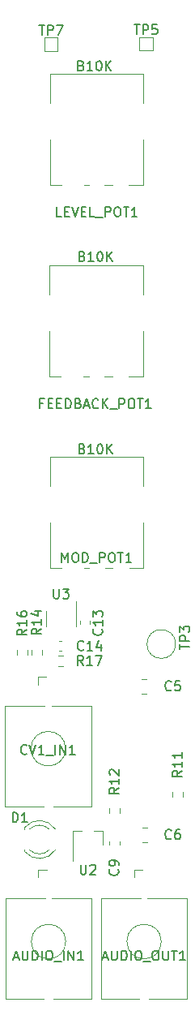
<source format=gbr>
%TF.GenerationSoftware,KiCad,Pcbnew,6.0.10+dfsg-1~bpo11+1*%
%TF.CreationDate,2023-02-01T15:11:05+08:00*%
%TF.ProjectId,MiniVerb v2.0 - Main,4d696e69-5665-4726-9220-76322e30202d,rev?*%
%TF.SameCoordinates,Original*%
%TF.FileFunction,Legend,Top*%
%TF.FilePolarity,Positive*%
%FSLAX46Y46*%
G04 Gerber Fmt 4.6, Leading zero omitted, Abs format (unit mm)*
G04 Created by KiCad (PCBNEW 6.0.10+dfsg-1~bpo11+1) date 2023-02-01 15:11:05*
%MOMM*%
%LPD*%
G01*
G04 APERTURE LIST*
%ADD10C,0.150000*%
%ADD11C,0.120000*%
G04 APERTURE END LIST*
D10*
%TO.C,C13*%
X135557142Y-127042857D02*
X135604761Y-127090476D01*
X135652380Y-127233333D01*
X135652380Y-127328571D01*
X135604761Y-127471428D01*
X135509523Y-127566666D01*
X135414285Y-127614285D01*
X135223809Y-127661904D01*
X135080952Y-127661904D01*
X134890476Y-127614285D01*
X134795238Y-127566666D01*
X134700000Y-127471428D01*
X134652380Y-127328571D01*
X134652380Y-127233333D01*
X134700000Y-127090476D01*
X134747619Y-127042857D01*
X135652380Y-126090476D02*
X135652380Y-126661904D01*
X135652380Y-126376190D02*
X134652380Y-126376190D01*
X134795238Y-126471428D01*
X134890476Y-126566666D01*
X134938095Y-126661904D01*
X134652380Y-125757142D02*
X134652380Y-125138095D01*
X135033333Y-125471428D01*
X135033333Y-125328571D01*
X135080952Y-125233333D01*
X135128571Y-125185714D01*
X135223809Y-125138095D01*
X135461904Y-125138095D01*
X135557142Y-125185714D01*
X135604761Y-125233333D01*
X135652380Y-125328571D01*
X135652380Y-125614285D01*
X135604761Y-125709523D01*
X135557142Y-125757142D01*
%TO.C,C5*%
X142833333Y-133368142D02*
X142785714Y-133415761D01*
X142642857Y-133463380D01*
X142547619Y-133463380D01*
X142404761Y-133415761D01*
X142309523Y-133320523D01*
X142261904Y-133225285D01*
X142214285Y-133034809D01*
X142214285Y-132891952D01*
X142261904Y-132701476D01*
X142309523Y-132606238D01*
X142404761Y-132511000D01*
X142547619Y-132463380D01*
X142642857Y-132463380D01*
X142785714Y-132511000D01*
X142833333Y-132558619D01*
X143738095Y-132463380D02*
X143261904Y-132463380D01*
X143214285Y-132939571D01*
X143261904Y-132891952D01*
X143357142Y-132844333D01*
X143595238Y-132844333D01*
X143690476Y-132891952D01*
X143738095Y-132939571D01*
X143785714Y-133034809D01*
X143785714Y-133272904D01*
X143738095Y-133368142D01*
X143690476Y-133415761D01*
X143595238Y-133463380D01*
X143357142Y-133463380D01*
X143261904Y-133415761D01*
X143214285Y-133368142D01*
%TO.C,FEEDBACK_POT1*%
X129447619Y-103478571D02*
X129114285Y-103478571D01*
X129114285Y-104002380D02*
X129114285Y-103002380D01*
X129590476Y-103002380D01*
X129971428Y-103478571D02*
X130304761Y-103478571D01*
X130447619Y-104002380D02*
X129971428Y-104002380D01*
X129971428Y-103002380D01*
X130447619Y-103002380D01*
X130876190Y-103478571D02*
X131209523Y-103478571D01*
X131352380Y-104002380D02*
X130876190Y-104002380D01*
X130876190Y-103002380D01*
X131352380Y-103002380D01*
X131780952Y-104002380D02*
X131780952Y-103002380D01*
X132019047Y-103002380D01*
X132161904Y-103050000D01*
X132257142Y-103145238D01*
X132304761Y-103240476D01*
X132352380Y-103430952D01*
X132352380Y-103573809D01*
X132304761Y-103764285D01*
X132257142Y-103859523D01*
X132161904Y-103954761D01*
X132019047Y-104002380D01*
X131780952Y-104002380D01*
X133114285Y-103478571D02*
X133257142Y-103526190D01*
X133304761Y-103573809D01*
X133352380Y-103669047D01*
X133352380Y-103811904D01*
X133304761Y-103907142D01*
X133257142Y-103954761D01*
X133161904Y-104002380D01*
X132780952Y-104002380D01*
X132780952Y-103002380D01*
X133114285Y-103002380D01*
X133209523Y-103050000D01*
X133257142Y-103097619D01*
X133304761Y-103192857D01*
X133304761Y-103288095D01*
X133257142Y-103383333D01*
X133209523Y-103430952D01*
X133114285Y-103478571D01*
X132780952Y-103478571D01*
X133733333Y-103716666D02*
X134209523Y-103716666D01*
X133638095Y-104002380D02*
X133971428Y-103002380D01*
X134304761Y-104002380D01*
X135209523Y-103907142D02*
X135161904Y-103954761D01*
X135019047Y-104002380D01*
X134923809Y-104002380D01*
X134780952Y-103954761D01*
X134685714Y-103859523D01*
X134638095Y-103764285D01*
X134590476Y-103573809D01*
X134590476Y-103430952D01*
X134638095Y-103240476D01*
X134685714Y-103145238D01*
X134780952Y-103050000D01*
X134923809Y-103002380D01*
X135019047Y-103002380D01*
X135161904Y-103050000D01*
X135209523Y-103097619D01*
X135638095Y-104002380D02*
X135638095Y-103002380D01*
X136209523Y-104002380D02*
X135780952Y-103430952D01*
X136209523Y-103002380D02*
X135638095Y-103573809D01*
X136400000Y-104097619D02*
X137161904Y-104097619D01*
X137400000Y-104002380D02*
X137400000Y-103002380D01*
X137780952Y-103002380D01*
X137876190Y-103050000D01*
X137923809Y-103097619D01*
X137971428Y-103192857D01*
X137971428Y-103335714D01*
X137923809Y-103430952D01*
X137876190Y-103478571D01*
X137780952Y-103526190D01*
X137400000Y-103526190D01*
X138590476Y-103002380D02*
X138780952Y-103002380D01*
X138876190Y-103050000D01*
X138971428Y-103145238D01*
X139019047Y-103335714D01*
X139019047Y-103669047D01*
X138971428Y-103859523D01*
X138876190Y-103954761D01*
X138780952Y-104002380D01*
X138590476Y-104002380D01*
X138495238Y-103954761D01*
X138400000Y-103859523D01*
X138352380Y-103669047D01*
X138352380Y-103335714D01*
X138400000Y-103145238D01*
X138495238Y-103050000D01*
X138590476Y-103002380D01*
X139304761Y-103002380D02*
X139876190Y-103002380D01*
X139590476Y-104002380D02*
X139590476Y-103002380D01*
X140733333Y-104002380D02*
X140161904Y-104002380D01*
X140447619Y-104002380D02*
X140447619Y-103002380D01*
X140352380Y-103145238D01*
X140257142Y-103240476D01*
X140161904Y-103288095D01*
X133519047Y-88128571D02*
X133661904Y-88176190D01*
X133709523Y-88223809D01*
X133757142Y-88319047D01*
X133757142Y-88461904D01*
X133709523Y-88557142D01*
X133661904Y-88604761D01*
X133566666Y-88652380D01*
X133185714Y-88652380D01*
X133185714Y-87652380D01*
X133519047Y-87652380D01*
X133614285Y-87700000D01*
X133661904Y-87747619D01*
X133709523Y-87842857D01*
X133709523Y-87938095D01*
X133661904Y-88033333D01*
X133614285Y-88080952D01*
X133519047Y-88128571D01*
X133185714Y-88128571D01*
X134709523Y-88652380D02*
X134138095Y-88652380D01*
X134423809Y-88652380D02*
X134423809Y-87652380D01*
X134328571Y-87795238D01*
X134233333Y-87890476D01*
X134138095Y-87938095D01*
X135328571Y-87652380D02*
X135423809Y-87652380D01*
X135519047Y-87700000D01*
X135566666Y-87747619D01*
X135614285Y-87842857D01*
X135661904Y-88033333D01*
X135661904Y-88271428D01*
X135614285Y-88461904D01*
X135566666Y-88557142D01*
X135519047Y-88604761D01*
X135423809Y-88652380D01*
X135328571Y-88652380D01*
X135233333Y-88604761D01*
X135185714Y-88557142D01*
X135138095Y-88461904D01*
X135090476Y-88271428D01*
X135090476Y-88033333D01*
X135138095Y-87842857D01*
X135185714Y-87747619D01*
X135233333Y-87700000D01*
X135328571Y-87652380D01*
X136090476Y-88652380D02*
X136090476Y-87652380D01*
X136661904Y-88652380D02*
X136233333Y-88080952D01*
X136661904Y-87652380D02*
X136090476Y-88223809D01*
%TO.C,TP5*%
X138963095Y-63979380D02*
X139534523Y-63979380D01*
X139248809Y-64979380D02*
X139248809Y-63979380D01*
X139867857Y-64979380D02*
X139867857Y-63979380D01*
X140248809Y-63979380D01*
X140344047Y-64027000D01*
X140391666Y-64074619D01*
X140439285Y-64169857D01*
X140439285Y-64312714D01*
X140391666Y-64407952D01*
X140344047Y-64455571D01*
X140248809Y-64503190D01*
X139867857Y-64503190D01*
X141344047Y-63979380D02*
X140867857Y-63979380D01*
X140820238Y-64455571D01*
X140867857Y-64407952D01*
X140963095Y-64360333D01*
X141201190Y-64360333D01*
X141296428Y-64407952D01*
X141344047Y-64455571D01*
X141391666Y-64550809D01*
X141391666Y-64788904D01*
X141344047Y-64884142D01*
X141296428Y-64931761D01*
X141201190Y-64979380D01*
X140963095Y-64979380D01*
X140867857Y-64931761D01*
X140820238Y-64884142D01*
%TO.C,U2*%
X133360095Y-151636380D02*
X133360095Y-152445904D01*
X133407714Y-152541142D01*
X133455333Y-152588761D01*
X133550571Y-152636380D01*
X133741047Y-152636380D01*
X133836285Y-152588761D01*
X133883904Y-152541142D01*
X133931523Y-152445904D01*
X133931523Y-151636380D01*
X134360095Y-151731619D02*
X134407714Y-151684000D01*
X134502952Y-151636380D01*
X134741047Y-151636380D01*
X134836285Y-151684000D01*
X134883904Y-151731619D01*
X134931523Y-151826857D01*
X134931523Y-151922095D01*
X134883904Y-152064952D01*
X134312476Y-152636380D01*
X134931523Y-152636380D01*
%TO.C,R17*%
X133621142Y-130798880D02*
X133287809Y-130322690D01*
X133049714Y-130798880D02*
X133049714Y-129798880D01*
X133430666Y-129798880D01*
X133525904Y-129846500D01*
X133573523Y-129894119D01*
X133621142Y-129989357D01*
X133621142Y-130132214D01*
X133573523Y-130227452D01*
X133525904Y-130275071D01*
X133430666Y-130322690D01*
X133049714Y-130322690D01*
X134573523Y-130798880D02*
X134002095Y-130798880D01*
X134287809Y-130798880D02*
X134287809Y-129798880D01*
X134192571Y-129941738D01*
X134097333Y-130036976D01*
X134002095Y-130084595D01*
X134906857Y-129798880D02*
X135573523Y-129798880D01*
X135144952Y-130798880D01*
%TO.C,C6*%
X142833333Y-148868142D02*
X142785714Y-148915761D01*
X142642857Y-148963380D01*
X142547619Y-148963380D01*
X142404761Y-148915761D01*
X142309523Y-148820523D01*
X142261904Y-148725285D01*
X142214285Y-148534809D01*
X142214285Y-148391952D01*
X142261904Y-148201476D01*
X142309523Y-148106238D01*
X142404761Y-148011000D01*
X142547619Y-147963380D01*
X142642857Y-147963380D01*
X142785714Y-148011000D01*
X142833333Y-148058619D01*
X143690476Y-147963380D02*
X143500000Y-147963380D01*
X143404761Y-148011000D01*
X143357142Y-148058619D01*
X143261904Y-148201476D01*
X143214285Y-148391952D01*
X143214285Y-148772904D01*
X143261904Y-148868142D01*
X143309523Y-148915761D01*
X143404761Y-148963380D01*
X143595238Y-148963380D01*
X143690476Y-148915761D01*
X143738095Y-148868142D01*
X143785714Y-148772904D01*
X143785714Y-148534809D01*
X143738095Y-148439571D01*
X143690476Y-148391952D01*
X143595238Y-148344333D01*
X143404761Y-148344333D01*
X143309523Y-148391952D01*
X143261904Y-148439571D01*
X143214285Y-148534809D01*
%TO.C,TP3*%
X143752380Y-129161904D02*
X143752380Y-128590476D01*
X144752380Y-128876190D02*
X143752380Y-128876190D01*
X144752380Y-128257142D02*
X143752380Y-128257142D01*
X143752380Y-127876190D01*
X143800000Y-127780952D01*
X143847619Y-127733333D01*
X143942857Y-127685714D01*
X144085714Y-127685714D01*
X144180952Y-127733333D01*
X144228571Y-127780952D01*
X144276190Y-127876190D01*
X144276190Y-128257142D01*
X143752380Y-127352380D02*
X143752380Y-126733333D01*
X144133333Y-127066666D01*
X144133333Y-126923809D01*
X144180952Y-126828571D01*
X144228571Y-126780952D01*
X144323809Y-126733333D01*
X144561904Y-126733333D01*
X144657142Y-126780952D01*
X144704761Y-126828571D01*
X144752380Y-126923809D01*
X144752380Y-127209523D01*
X144704761Y-127304761D01*
X144657142Y-127352380D01*
%TO.C,R14*%
X129226380Y-126989357D02*
X128750190Y-127322690D01*
X129226380Y-127560785D02*
X128226380Y-127560785D01*
X128226380Y-127179833D01*
X128274000Y-127084595D01*
X128321619Y-127036976D01*
X128416857Y-126989357D01*
X128559714Y-126989357D01*
X128654952Y-127036976D01*
X128702571Y-127084595D01*
X128750190Y-127179833D01*
X128750190Y-127560785D01*
X129226380Y-126036976D02*
X129226380Y-126608404D01*
X129226380Y-126322690D02*
X128226380Y-126322690D01*
X128369238Y-126417928D01*
X128464476Y-126513166D01*
X128512095Y-126608404D01*
X128559714Y-125179833D02*
X129226380Y-125179833D01*
X128178761Y-125417928D02*
X128893047Y-125656023D01*
X128893047Y-125036976D01*
%TO.C,CV1_IN1*%
X127715714Y-140017142D02*
X127668095Y-140064761D01*
X127525238Y-140112380D01*
X127430000Y-140112380D01*
X127287142Y-140064761D01*
X127191904Y-139969523D01*
X127144285Y-139874285D01*
X127096666Y-139683809D01*
X127096666Y-139540952D01*
X127144285Y-139350476D01*
X127191904Y-139255238D01*
X127287142Y-139160000D01*
X127430000Y-139112380D01*
X127525238Y-139112380D01*
X127668095Y-139160000D01*
X127715714Y-139207619D01*
X128001428Y-139112380D02*
X128334761Y-140112380D01*
X128668095Y-139112380D01*
X129525238Y-140112380D02*
X128953809Y-140112380D01*
X129239523Y-140112380D02*
X129239523Y-139112380D01*
X129144285Y-139255238D01*
X129049047Y-139350476D01*
X128953809Y-139398095D01*
X129715714Y-140207619D02*
X130477619Y-140207619D01*
X130715714Y-140112380D02*
X130715714Y-139112380D01*
X131191904Y-140112380D02*
X131191904Y-139112380D01*
X131763333Y-140112380D01*
X131763333Y-139112380D01*
X132763333Y-140112380D02*
X132191904Y-140112380D01*
X132477619Y-140112380D02*
X132477619Y-139112380D01*
X132382380Y-139255238D01*
X132287142Y-139350476D01*
X132191904Y-139398095D01*
%TO.C,U3*%
X130538095Y-122852380D02*
X130538095Y-123661904D01*
X130585714Y-123757142D01*
X130633333Y-123804761D01*
X130728571Y-123852380D01*
X130919047Y-123852380D01*
X131014285Y-123804761D01*
X131061904Y-123757142D01*
X131109523Y-123661904D01*
X131109523Y-122852380D01*
X131490476Y-122852380D02*
X132109523Y-122852380D01*
X131776190Y-123233333D01*
X131919047Y-123233333D01*
X132014285Y-123280952D01*
X132061904Y-123328571D01*
X132109523Y-123423809D01*
X132109523Y-123661904D01*
X132061904Y-123757142D01*
X132014285Y-123804761D01*
X131919047Y-123852380D01*
X131633333Y-123852380D01*
X131538095Y-123804761D01*
X131490476Y-123757142D01*
%TO.C,C14*%
X133661142Y-129173642D02*
X133613523Y-129221261D01*
X133470666Y-129268880D01*
X133375428Y-129268880D01*
X133232571Y-129221261D01*
X133137333Y-129126023D01*
X133089714Y-129030785D01*
X133042095Y-128840309D01*
X133042095Y-128697452D01*
X133089714Y-128506976D01*
X133137333Y-128411738D01*
X133232571Y-128316500D01*
X133375428Y-128268880D01*
X133470666Y-128268880D01*
X133613523Y-128316500D01*
X133661142Y-128364119D01*
X134613523Y-129268880D02*
X134042095Y-129268880D01*
X134327809Y-129268880D02*
X134327809Y-128268880D01*
X134232571Y-128411738D01*
X134137333Y-128506976D01*
X134042095Y-128554595D01*
X135470666Y-128602214D02*
X135470666Y-129268880D01*
X135232571Y-128221261D02*
X134994476Y-128935547D01*
X135613523Y-128935547D01*
%TO.C,AUDIO_OUT1*%
X135690476Y-161308666D02*
X136166666Y-161308666D01*
X135595238Y-161594380D02*
X135928571Y-160594380D01*
X136261904Y-161594380D01*
X136595238Y-160594380D02*
X136595238Y-161403904D01*
X136642857Y-161499142D01*
X136690476Y-161546761D01*
X136785714Y-161594380D01*
X136976190Y-161594380D01*
X137071428Y-161546761D01*
X137119047Y-161499142D01*
X137166666Y-161403904D01*
X137166666Y-160594380D01*
X137642857Y-161594380D02*
X137642857Y-160594380D01*
X137880952Y-160594380D01*
X138023809Y-160642000D01*
X138119047Y-160737238D01*
X138166666Y-160832476D01*
X138214285Y-161022952D01*
X138214285Y-161165809D01*
X138166666Y-161356285D01*
X138119047Y-161451523D01*
X138023809Y-161546761D01*
X137880952Y-161594380D01*
X137642857Y-161594380D01*
X138642857Y-161594380D02*
X138642857Y-160594380D01*
X139309523Y-160594380D02*
X139500000Y-160594380D01*
X139595238Y-160642000D01*
X139690476Y-160737238D01*
X139738095Y-160927714D01*
X139738095Y-161261047D01*
X139690476Y-161451523D01*
X139595238Y-161546761D01*
X139500000Y-161594380D01*
X139309523Y-161594380D01*
X139214285Y-161546761D01*
X139119047Y-161451523D01*
X139071428Y-161261047D01*
X139071428Y-160927714D01*
X139119047Y-160737238D01*
X139214285Y-160642000D01*
X139309523Y-160594380D01*
X139928571Y-161689619D02*
X140690476Y-161689619D01*
X141119047Y-160594380D02*
X141309523Y-160594380D01*
X141404761Y-160642000D01*
X141500000Y-160737238D01*
X141547619Y-160927714D01*
X141547619Y-161261047D01*
X141500000Y-161451523D01*
X141404761Y-161546761D01*
X141309523Y-161594380D01*
X141119047Y-161594380D01*
X141023809Y-161546761D01*
X140928571Y-161451523D01*
X140880952Y-161261047D01*
X140880952Y-160927714D01*
X140928571Y-160737238D01*
X141023809Y-160642000D01*
X141119047Y-160594380D01*
X141976190Y-160594380D02*
X141976190Y-161403904D01*
X142023809Y-161499142D01*
X142071428Y-161546761D01*
X142166666Y-161594380D01*
X142357142Y-161594380D01*
X142452380Y-161546761D01*
X142500000Y-161499142D01*
X142547619Y-161403904D01*
X142547619Y-160594380D01*
X142880952Y-160594380D02*
X143452380Y-160594380D01*
X143166666Y-161594380D02*
X143166666Y-160594380D01*
X144309523Y-161594380D02*
X143738095Y-161594380D01*
X144023809Y-161594380D02*
X144023809Y-160594380D01*
X143928571Y-160737238D01*
X143833333Y-160832476D01*
X143738095Y-160880095D01*
%TO.C,R11*%
X143962380Y-141814857D02*
X143486190Y-142148190D01*
X143962380Y-142386285D02*
X142962380Y-142386285D01*
X142962380Y-142005333D01*
X143010000Y-141910095D01*
X143057619Y-141862476D01*
X143152857Y-141814857D01*
X143295714Y-141814857D01*
X143390952Y-141862476D01*
X143438571Y-141910095D01*
X143486190Y-142005333D01*
X143486190Y-142386285D01*
X143962380Y-140862476D02*
X143962380Y-141433904D01*
X143962380Y-141148190D02*
X142962380Y-141148190D01*
X143105238Y-141243428D01*
X143200476Y-141338666D01*
X143248095Y-141433904D01*
X143962380Y-139910095D02*
X143962380Y-140481523D01*
X143962380Y-140195809D02*
X142962380Y-140195809D01*
X143105238Y-140291047D01*
X143200476Y-140386285D01*
X143248095Y-140481523D01*
%TO.C,C9*%
X137243142Y-152108666D02*
X137290761Y-152156285D01*
X137338380Y-152299142D01*
X137338380Y-152394380D01*
X137290761Y-152537238D01*
X137195523Y-152632476D01*
X137100285Y-152680095D01*
X136909809Y-152727714D01*
X136766952Y-152727714D01*
X136576476Y-152680095D01*
X136481238Y-152632476D01*
X136386000Y-152537238D01*
X136338380Y-152394380D01*
X136338380Y-152299142D01*
X136386000Y-152156285D01*
X136433619Y-152108666D01*
X137338380Y-151632476D02*
X137338380Y-151442000D01*
X137290761Y-151346761D01*
X137243142Y-151299142D01*
X137100285Y-151203904D01*
X136909809Y-151156285D01*
X136528857Y-151156285D01*
X136433619Y-151203904D01*
X136386000Y-151251523D01*
X136338380Y-151346761D01*
X136338380Y-151537238D01*
X136386000Y-151632476D01*
X136433619Y-151680095D01*
X136528857Y-151727714D01*
X136766952Y-151727714D01*
X136862190Y-151680095D01*
X136909809Y-151632476D01*
X136957428Y-151537238D01*
X136957428Y-151346761D01*
X136909809Y-151251523D01*
X136862190Y-151203904D01*
X136766952Y-151156285D01*
%TO.C,MOD_POT1*%
X131380952Y-120052380D02*
X131380952Y-119052380D01*
X131714285Y-119766666D01*
X132047619Y-119052380D01*
X132047619Y-120052380D01*
X132714285Y-119052380D02*
X132904761Y-119052380D01*
X133000000Y-119100000D01*
X133095238Y-119195238D01*
X133142857Y-119385714D01*
X133142857Y-119719047D01*
X133095238Y-119909523D01*
X133000000Y-120004761D01*
X132904761Y-120052380D01*
X132714285Y-120052380D01*
X132619047Y-120004761D01*
X132523809Y-119909523D01*
X132476190Y-119719047D01*
X132476190Y-119385714D01*
X132523809Y-119195238D01*
X132619047Y-119100000D01*
X132714285Y-119052380D01*
X133571428Y-120052380D02*
X133571428Y-119052380D01*
X133809523Y-119052380D01*
X133952380Y-119100000D01*
X134047619Y-119195238D01*
X134095238Y-119290476D01*
X134142857Y-119480952D01*
X134142857Y-119623809D01*
X134095238Y-119814285D01*
X134047619Y-119909523D01*
X133952380Y-120004761D01*
X133809523Y-120052380D01*
X133571428Y-120052380D01*
X134333333Y-120147619D02*
X135095238Y-120147619D01*
X135333333Y-120052380D02*
X135333333Y-119052380D01*
X135714285Y-119052380D01*
X135809523Y-119100000D01*
X135857142Y-119147619D01*
X135904761Y-119242857D01*
X135904761Y-119385714D01*
X135857142Y-119480952D01*
X135809523Y-119528571D01*
X135714285Y-119576190D01*
X135333333Y-119576190D01*
X136523809Y-119052380D02*
X136714285Y-119052380D01*
X136809523Y-119100000D01*
X136904761Y-119195238D01*
X136952380Y-119385714D01*
X136952380Y-119719047D01*
X136904761Y-119909523D01*
X136809523Y-120004761D01*
X136714285Y-120052380D01*
X136523809Y-120052380D01*
X136428571Y-120004761D01*
X136333333Y-119909523D01*
X136285714Y-119719047D01*
X136285714Y-119385714D01*
X136333333Y-119195238D01*
X136428571Y-119100000D01*
X136523809Y-119052380D01*
X137238095Y-119052380D02*
X137809523Y-119052380D01*
X137523809Y-120052380D02*
X137523809Y-119052380D01*
X138666666Y-120052380D02*
X138095238Y-120052380D01*
X138380952Y-120052380D02*
X138380952Y-119052380D01*
X138285714Y-119195238D01*
X138190476Y-119290476D01*
X138095238Y-119338095D01*
X133519047Y-108228571D02*
X133661904Y-108276190D01*
X133709523Y-108323809D01*
X133757142Y-108419047D01*
X133757142Y-108561904D01*
X133709523Y-108657142D01*
X133661904Y-108704761D01*
X133566666Y-108752380D01*
X133185714Y-108752380D01*
X133185714Y-107752380D01*
X133519047Y-107752380D01*
X133614285Y-107800000D01*
X133661904Y-107847619D01*
X133709523Y-107942857D01*
X133709523Y-108038095D01*
X133661904Y-108133333D01*
X133614285Y-108180952D01*
X133519047Y-108228571D01*
X133185714Y-108228571D01*
X134709523Y-108752380D02*
X134138095Y-108752380D01*
X134423809Y-108752380D02*
X134423809Y-107752380D01*
X134328571Y-107895238D01*
X134233333Y-107990476D01*
X134138095Y-108038095D01*
X135328571Y-107752380D02*
X135423809Y-107752380D01*
X135519047Y-107800000D01*
X135566666Y-107847619D01*
X135614285Y-107942857D01*
X135661904Y-108133333D01*
X135661904Y-108371428D01*
X135614285Y-108561904D01*
X135566666Y-108657142D01*
X135519047Y-108704761D01*
X135423809Y-108752380D01*
X135328571Y-108752380D01*
X135233333Y-108704761D01*
X135185714Y-108657142D01*
X135138095Y-108561904D01*
X135090476Y-108371428D01*
X135090476Y-108133333D01*
X135138095Y-107942857D01*
X135185714Y-107847619D01*
X135233333Y-107800000D01*
X135328571Y-107752380D01*
X136090476Y-108752380D02*
X136090476Y-107752380D01*
X136661904Y-108752380D02*
X136233333Y-108180952D01*
X136661904Y-107752380D02*
X136090476Y-108323809D01*
%TO.C,LEVEL_POT1*%
X131359523Y-84002380D02*
X130883333Y-84002380D01*
X130883333Y-83002380D01*
X131692857Y-83478571D02*
X132026190Y-83478571D01*
X132169047Y-84002380D02*
X131692857Y-84002380D01*
X131692857Y-83002380D01*
X132169047Y-83002380D01*
X132454761Y-83002380D02*
X132788095Y-84002380D01*
X133121428Y-83002380D01*
X133454761Y-83478571D02*
X133788095Y-83478571D01*
X133930952Y-84002380D02*
X133454761Y-84002380D01*
X133454761Y-83002380D01*
X133930952Y-83002380D01*
X134835714Y-84002380D02*
X134359523Y-84002380D01*
X134359523Y-83002380D01*
X134930952Y-84097619D02*
X135692857Y-84097619D01*
X135930952Y-84002380D02*
X135930952Y-83002380D01*
X136311904Y-83002380D01*
X136407142Y-83050000D01*
X136454761Y-83097619D01*
X136502380Y-83192857D01*
X136502380Y-83335714D01*
X136454761Y-83430952D01*
X136407142Y-83478571D01*
X136311904Y-83526190D01*
X135930952Y-83526190D01*
X137121428Y-83002380D02*
X137311904Y-83002380D01*
X137407142Y-83050000D01*
X137502380Y-83145238D01*
X137550000Y-83335714D01*
X137550000Y-83669047D01*
X137502380Y-83859523D01*
X137407142Y-83954761D01*
X137311904Y-84002380D01*
X137121428Y-84002380D01*
X137026190Y-83954761D01*
X136930952Y-83859523D01*
X136883333Y-83669047D01*
X136883333Y-83335714D01*
X136930952Y-83145238D01*
X137026190Y-83050000D01*
X137121428Y-83002380D01*
X137835714Y-83002380D02*
X138407142Y-83002380D01*
X138121428Y-84002380D02*
X138121428Y-83002380D01*
X139264285Y-84002380D02*
X138692857Y-84002380D01*
X138978571Y-84002380D02*
X138978571Y-83002380D01*
X138883333Y-83145238D01*
X138788095Y-83240476D01*
X138692857Y-83288095D01*
X133419047Y-68228571D02*
X133561904Y-68276190D01*
X133609523Y-68323809D01*
X133657142Y-68419047D01*
X133657142Y-68561904D01*
X133609523Y-68657142D01*
X133561904Y-68704761D01*
X133466666Y-68752380D01*
X133085714Y-68752380D01*
X133085714Y-67752380D01*
X133419047Y-67752380D01*
X133514285Y-67800000D01*
X133561904Y-67847619D01*
X133609523Y-67942857D01*
X133609523Y-68038095D01*
X133561904Y-68133333D01*
X133514285Y-68180952D01*
X133419047Y-68228571D01*
X133085714Y-68228571D01*
X134609523Y-68752380D02*
X134038095Y-68752380D01*
X134323809Y-68752380D02*
X134323809Y-67752380D01*
X134228571Y-67895238D01*
X134133333Y-67990476D01*
X134038095Y-68038095D01*
X135228571Y-67752380D02*
X135323809Y-67752380D01*
X135419047Y-67800000D01*
X135466666Y-67847619D01*
X135514285Y-67942857D01*
X135561904Y-68133333D01*
X135561904Y-68371428D01*
X135514285Y-68561904D01*
X135466666Y-68657142D01*
X135419047Y-68704761D01*
X135323809Y-68752380D01*
X135228571Y-68752380D01*
X135133333Y-68704761D01*
X135085714Y-68657142D01*
X135038095Y-68561904D01*
X134990476Y-68371428D01*
X134990476Y-68133333D01*
X135038095Y-67942857D01*
X135085714Y-67847619D01*
X135133333Y-67800000D01*
X135228571Y-67752380D01*
X135990476Y-68752380D02*
X135990476Y-67752380D01*
X136561904Y-68752380D02*
X136133333Y-68180952D01*
X136561904Y-67752380D02*
X135990476Y-68323809D01*
%TO.C,D1*%
X126251904Y-147172380D02*
X126251904Y-146172380D01*
X126490000Y-146172380D01*
X126632857Y-146220000D01*
X126728095Y-146315238D01*
X126775714Y-146410476D01*
X126823333Y-146600952D01*
X126823333Y-146743809D01*
X126775714Y-146934285D01*
X126728095Y-147029523D01*
X126632857Y-147124761D01*
X126490000Y-147172380D01*
X126251904Y-147172380D01*
X127775714Y-147172380D02*
X127204285Y-147172380D01*
X127490000Y-147172380D02*
X127490000Y-146172380D01*
X127394761Y-146315238D01*
X127299523Y-146410476D01*
X127204285Y-146458095D01*
%TO.C,TP7*%
X129013095Y-64029380D02*
X129584523Y-64029380D01*
X129298809Y-65029380D02*
X129298809Y-64029380D01*
X129917857Y-65029380D02*
X129917857Y-64029380D01*
X130298809Y-64029380D01*
X130394047Y-64077000D01*
X130441666Y-64124619D01*
X130489285Y-64219857D01*
X130489285Y-64362714D01*
X130441666Y-64457952D01*
X130394047Y-64505571D01*
X130298809Y-64553190D01*
X129917857Y-64553190D01*
X130822619Y-64029380D02*
X131489285Y-64029380D01*
X131060714Y-65029380D01*
%TO.C,R12*%
X137358380Y-143589357D02*
X136882190Y-143922690D01*
X137358380Y-144160785D02*
X136358380Y-144160785D01*
X136358380Y-143779833D01*
X136406000Y-143684595D01*
X136453619Y-143636976D01*
X136548857Y-143589357D01*
X136691714Y-143589357D01*
X136786952Y-143636976D01*
X136834571Y-143684595D01*
X136882190Y-143779833D01*
X136882190Y-144160785D01*
X137358380Y-142636976D02*
X137358380Y-143208404D01*
X137358380Y-142922690D02*
X136358380Y-142922690D01*
X136501238Y-143017928D01*
X136596476Y-143113166D01*
X136644095Y-143208404D01*
X136453619Y-142256023D02*
X136406000Y-142208404D01*
X136358380Y-142113166D01*
X136358380Y-141875071D01*
X136406000Y-141779833D01*
X136453619Y-141732214D01*
X136548857Y-141684595D01*
X136644095Y-141684595D01*
X136786952Y-141732214D01*
X137358380Y-142303642D01*
X137358380Y-141684595D01*
%TO.C,R16*%
X127706380Y-127069357D02*
X127230190Y-127402690D01*
X127706380Y-127640785D02*
X126706380Y-127640785D01*
X126706380Y-127259833D01*
X126754000Y-127164595D01*
X126801619Y-127116976D01*
X126896857Y-127069357D01*
X127039714Y-127069357D01*
X127134952Y-127116976D01*
X127182571Y-127164595D01*
X127230190Y-127259833D01*
X127230190Y-127640785D01*
X127706380Y-126116976D02*
X127706380Y-126688404D01*
X127706380Y-126402690D02*
X126706380Y-126402690D01*
X126849238Y-126497928D01*
X126944476Y-126593166D01*
X126992095Y-126688404D01*
X126706380Y-125259833D02*
X126706380Y-125450309D01*
X126754000Y-125545547D01*
X126801619Y-125593166D01*
X126944476Y-125688404D01*
X127134952Y-125736023D01*
X127515904Y-125736023D01*
X127611142Y-125688404D01*
X127658761Y-125640785D01*
X127706380Y-125545547D01*
X127706380Y-125355071D01*
X127658761Y-125259833D01*
X127611142Y-125212214D01*
X127515904Y-125164595D01*
X127277809Y-125164595D01*
X127182571Y-125212214D01*
X127134952Y-125259833D01*
X127087333Y-125355071D01*
X127087333Y-125545547D01*
X127134952Y-125640785D01*
X127182571Y-125688404D01*
X127277809Y-125736023D01*
%TO.C,AUDIO_IN1*%
X126357142Y-161308666D02*
X126833333Y-161308666D01*
X126261904Y-161594380D02*
X126595238Y-160594380D01*
X126928571Y-161594380D01*
X127261904Y-160594380D02*
X127261904Y-161403904D01*
X127309523Y-161499142D01*
X127357142Y-161546761D01*
X127452380Y-161594380D01*
X127642857Y-161594380D01*
X127738095Y-161546761D01*
X127785714Y-161499142D01*
X127833333Y-161403904D01*
X127833333Y-160594380D01*
X128309523Y-161594380D02*
X128309523Y-160594380D01*
X128547619Y-160594380D01*
X128690476Y-160642000D01*
X128785714Y-160737238D01*
X128833333Y-160832476D01*
X128880952Y-161022952D01*
X128880952Y-161165809D01*
X128833333Y-161356285D01*
X128785714Y-161451523D01*
X128690476Y-161546761D01*
X128547619Y-161594380D01*
X128309523Y-161594380D01*
X129309523Y-161594380D02*
X129309523Y-160594380D01*
X129976190Y-160594380D02*
X130166666Y-160594380D01*
X130261904Y-160642000D01*
X130357142Y-160737238D01*
X130404761Y-160927714D01*
X130404761Y-161261047D01*
X130357142Y-161451523D01*
X130261904Y-161546761D01*
X130166666Y-161594380D01*
X129976190Y-161594380D01*
X129880952Y-161546761D01*
X129785714Y-161451523D01*
X129738095Y-161261047D01*
X129738095Y-160927714D01*
X129785714Y-160737238D01*
X129880952Y-160642000D01*
X129976190Y-160594380D01*
X130595238Y-161689619D02*
X131357142Y-161689619D01*
X131595238Y-161594380D02*
X131595238Y-160594380D01*
X132071428Y-161594380D02*
X132071428Y-160594380D01*
X132642857Y-161594380D01*
X132642857Y-160594380D01*
X133642857Y-161594380D02*
X133071428Y-161594380D01*
X133357142Y-161594380D02*
X133357142Y-160594380D01*
X133261904Y-160737238D01*
X133166666Y-160832476D01*
X133071428Y-160880095D01*
D11*
%TO.C,C13*%
X134314000Y-126502767D02*
X134314000Y-126210233D01*
X133294000Y-126502767D02*
X133294000Y-126210233D01*
%TO.C,C5*%
X139738748Y-132276000D02*
X140261252Y-132276000D01*
X139738748Y-133746000D02*
X140261252Y-133746000D01*
%TO.C,FEEDBACK_POT1*%
X136660000Y-100665000D02*
X135830000Y-100665000D01*
X131310000Y-100665000D02*
X130130000Y-100665000D01*
X130130000Y-92135000D02*
X130130000Y-89075000D01*
X134210000Y-100665000D02*
X133680000Y-100665000D01*
X130120000Y-100665000D02*
X130120000Y-95945000D01*
X139870000Y-89075000D02*
X130130000Y-89075000D01*
X139870000Y-92135000D02*
X139870000Y-89075000D01*
X139870000Y-100665000D02*
X139870000Y-95945000D01*
X139870000Y-100665000D02*
X138380000Y-100665000D01*
%TO.C,TP5*%
X139525000Y-65275000D02*
X140925000Y-65275000D01*
X140925000Y-65275000D02*
X140925000Y-66675000D01*
X139525000Y-66675000D02*
X139525000Y-65275000D01*
X140925000Y-66675000D02*
X139525000Y-66675000D01*
%TO.C,U2*%
X132532000Y-148084000D02*
X132532000Y-151244000D01*
X135692000Y-148084000D02*
X134762000Y-148084000D01*
X135692000Y-148084000D02*
X135692000Y-149544000D01*
X132532000Y-148084000D02*
X133462000Y-148084000D01*
%TO.C,R17*%
X131498724Y-129824000D02*
X130989276Y-129824000D01*
X131498724Y-130869000D02*
X130989276Y-130869000D01*
%TO.C,C6*%
X139826248Y-147776000D02*
X140348752Y-147776000D01*
X139826248Y-149246000D02*
X140348752Y-149246000D01*
%TO.C,TP3*%
X143300000Y-128600000D02*
G75*
G03*
X143300000Y-128600000I-1500000J0D01*
G01*
%TO.C,R14*%
X128251500Y-129191776D02*
X128251500Y-129701224D01*
X129296500Y-129191776D02*
X129296500Y-129701224D01*
%TO.C,CV1_IN1*%
X128910000Y-132040000D02*
X128910000Y-132840000D01*
X134470000Y-135020000D02*
X130320000Y-135020000D01*
X134470000Y-135020000D02*
X134470000Y-145520000D01*
X129470000Y-145520000D02*
X125470000Y-145520000D01*
X129620000Y-135020000D02*
X125470000Y-135020000D01*
X125470000Y-135020000D02*
X125470000Y-145520000D01*
X128910000Y-132040000D02*
X129770000Y-132040000D01*
X134470000Y-145520000D02*
X130470000Y-145520000D01*
X131770000Y-139520000D02*
G75*
G03*
X131770000Y-139520000I-1800000J0D01*
G01*
%TO.C,U3*%
X132854000Y-125956500D02*
X132854000Y-124156500D01*
X129734000Y-125956500D02*
X129734000Y-125156500D01*
X129734000Y-125956500D02*
X129734000Y-126756500D01*
X132854000Y-125956500D02*
X132854000Y-126756500D01*
%TO.C,C14*%
X131400267Y-129326500D02*
X131107733Y-129326500D01*
X131400267Y-128306500D02*
X131107733Y-128306500D01*
%TO.C,AUDIO_OUT1*%
X138940000Y-152162000D02*
X139800000Y-152162000D01*
X139650000Y-155142000D02*
X135500000Y-155142000D01*
X144500000Y-165642000D02*
X140500000Y-165642000D01*
X144500000Y-155142000D02*
X144500000Y-165642000D01*
X138940000Y-152162000D02*
X138940000Y-152962000D01*
X144500000Y-155142000D02*
X140350000Y-155142000D01*
X139500000Y-165642000D02*
X135500000Y-165642000D01*
X135500000Y-155142000D02*
X135500000Y-165642000D01*
X141800000Y-159642000D02*
G75*
G03*
X141800000Y-159642000I-1800000J0D01*
G01*
%TO.C,R11*%
X142987500Y-144526724D02*
X142987500Y-144017276D01*
X144032500Y-144526724D02*
X144032500Y-144017276D01*
%TO.C,C9*%
X136396000Y-149205733D02*
X136396000Y-149498267D01*
X137416000Y-149205733D02*
X137416000Y-149498267D01*
%TO.C,MOD_POT1*%
X136720000Y-120675000D02*
X135890000Y-120675000D01*
X134270000Y-120675000D02*
X133740000Y-120675000D01*
X131370000Y-120675000D02*
X130190000Y-120675000D01*
X139930000Y-112145000D02*
X139930000Y-109085000D01*
X139930000Y-120675000D02*
X139930000Y-115955000D01*
X130190000Y-112145000D02*
X130190000Y-109085000D01*
X139930000Y-120675000D02*
X138440000Y-120675000D01*
X130180000Y-120675000D02*
X130180000Y-115955000D01*
X139930000Y-109085000D02*
X130190000Y-109085000D01*
%TO.C,LEVEL_POT1*%
X131330000Y-80675000D02*
X130150000Y-80675000D01*
X139890000Y-80675000D02*
X139890000Y-75955000D01*
X136680000Y-80675000D02*
X135850000Y-80675000D01*
X130140000Y-80675000D02*
X130140000Y-75955000D01*
X139890000Y-80675000D02*
X138400000Y-80675000D01*
X130150000Y-72145000D02*
X130150000Y-69085000D01*
X139890000Y-72145000D02*
X139890000Y-69085000D01*
X134230000Y-80675000D02*
X133700000Y-80675000D01*
X139890000Y-69085000D02*
X130150000Y-69085000D01*
%TO.C,D1*%
X127485000Y-147764000D02*
X127485000Y-147920000D01*
X127485000Y-150080000D02*
X127485000Y-150236000D01*
X128004039Y-150080000D02*
G75*
G03*
X130086130Y-150079837I1040961J1080000D01*
G01*
X127485000Y-150235516D02*
G75*
G03*
X130717335Y-150078608I1560000J1235516D01*
G01*
X130717335Y-147921392D02*
G75*
G03*
X127485000Y-147764484I-1672335J-1078608D01*
G01*
X130086130Y-147920163D02*
G75*
G03*
X128004039Y-147920000I-1041130J-1079837D01*
G01*
%TO.C,TP7*%
X129575000Y-66725000D02*
X129575000Y-65325000D01*
X130975000Y-66725000D02*
X129575000Y-66725000D01*
X130975000Y-65325000D02*
X130975000Y-66725000D01*
X129575000Y-65325000D02*
X130975000Y-65325000D01*
%TO.C,R12*%
X136383500Y-145691776D02*
X136383500Y-146201224D01*
X137428500Y-145691776D02*
X137428500Y-146201224D01*
%TO.C,R16*%
X126731500Y-129181776D02*
X126731500Y-129691224D01*
X127776500Y-129181776D02*
X127776500Y-129691224D01*
%TO.C,AUDIO_IN1*%
X128940000Y-152162000D02*
X129800000Y-152162000D01*
X134500000Y-165642000D02*
X130500000Y-165642000D01*
X129650000Y-155142000D02*
X125500000Y-155142000D01*
X134500000Y-155142000D02*
X134500000Y-165642000D01*
X129500000Y-165642000D02*
X125500000Y-165642000D01*
X125500000Y-155142000D02*
X125500000Y-165642000D01*
X128940000Y-152162000D02*
X128940000Y-152962000D01*
X134500000Y-155142000D02*
X130350000Y-155142000D01*
X131800000Y-159642000D02*
G75*
G03*
X131800000Y-159642000I-1800000J0D01*
G01*
%TD*%
M02*

</source>
